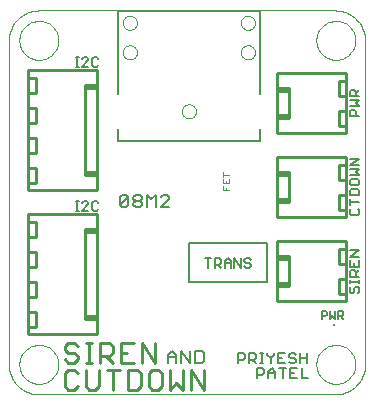
<source format=gto>
G75*
G70*
%OFA0B0*%
%FSLAX24Y24*%
%IPPOS*%
%LPD*%
%AMOC8*
5,1,8,0,0,1.08239X$1,22.5*
%
%ADD10C,0.0000*%
%ADD11C,0.0110*%
%ADD12C,0.0060*%
%ADD13C,0.0050*%
%ADD14C,0.0080*%
%ADD15C,0.0040*%
%ADD16C,0.0100*%
%ADD17R,0.0098X0.0098*%
D10*
X000311Y001253D02*
X000311Y012049D01*
X000313Y012109D01*
X000318Y012170D01*
X000327Y012229D01*
X000340Y012288D01*
X000356Y012347D01*
X000376Y012404D01*
X000399Y012459D01*
X000426Y012514D01*
X000455Y012566D01*
X000488Y012617D01*
X000524Y012666D01*
X000562Y012712D01*
X000604Y012756D01*
X000648Y012798D01*
X000694Y012836D01*
X000743Y012872D01*
X000794Y012905D01*
X000846Y012934D01*
X000901Y012961D01*
X000956Y012984D01*
X001013Y013004D01*
X001072Y013020D01*
X001131Y013033D01*
X001190Y013042D01*
X001251Y013047D01*
X001311Y013049D01*
X011181Y013049D01*
X010561Y012053D02*
X010563Y012103D01*
X010569Y012153D01*
X010579Y012203D01*
X010592Y012251D01*
X010609Y012299D01*
X010630Y012345D01*
X010654Y012389D01*
X010682Y012431D01*
X010713Y012471D01*
X010747Y012508D01*
X010784Y012543D01*
X010823Y012574D01*
X010864Y012603D01*
X010908Y012628D01*
X010954Y012650D01*
X011001Y012668D01*
X011049Y012682D01*
X011098Y012693D01*
X011148Y012700D01*
X011198Y012703D01*
X011249Y012702D01*
X011299Y012697D01*
X011349Y012688D01*
X011397Y012676D01*
X011445Y012659D01*
X011491Y012639D01*
X011536Y012616D01*
X011579Y012589D01*
X011619Y012559D01*
X011657Y012526D01*
X011692Y012490D01*
X011725Y012451D01*
X011754Y012410D01*
X011780Y012367D01*
X011803Y012322D01*
X011822Y012275D01*
X011837Y012227D01*
X011849Y012178D01*
X011857Y012128D01*
X011861Y012078D01*
X011861Y012028D01*
X011857Y011978D01*
X011849Y011928D01*
X011837Y011879D01*
X011822Y011831D01*
X011803Y011784D01*
X011780Y011739D01*
X011754Y011696D01*
X011725Y011655D01*
X011692Y011616D01*
X011657Y011580D01*
X011619Y011547D01*
X011579Y011517D01*
X011536Y011490D01*
X011491Y011467D01*
X011445Y011447D01*
X011397Y011430D01*
X011349Y011418D01*
X011299Y011409D01*
X011249Y011404D01*
X011198Y011403D01*
X011148Y011406D01*
X011098Y011413D01*
X011049Y011424D01*
X011001Y011438D01*
X010954Y011456D01*
X010908Y011478D01*
X010864Y011503D01*
X010823Y011532D01*
X010784Y011563D01*
X010747Y011598D01*
X010713Y011635D01*
X010682Y011675D01*
X010654Y011717D01*
X010630Y011761D01*
X010609Y011807D01*
X010592Y011855D01*
X010579Y011903D01*
X010569Y011953D01*
X010563Y012003D01*
X010561Y012053D01*
X011181Y013049D02*
X011241Y013047D01*
X011302Y013042D01*
X011361Y013033D01*
X011420Y013020D01*
X011479Y013004D01*
X011536Y012984D01*
X011591Y012961D01*
X011646Y012934D01*
X011698Y012905D01*
X011749Y012872D01*
X011798Y012836D01*
X011844Y012798D01*
X011888Y012756D01*
X011930Y012712D01*
X011968Y012666D01*
X012004Y012617D01*
X012037Y012566D01*
X012066Y012514D01*
X012093Y012459D01*
X012116Y012404D01*
X012136Y012347D01*
X012152Y012288D01*
X012165Y012229D01*
X012174Y012170D01*
X012179Y012109D01*
X012181Y012049D01*
X012181Y001253D01*
X010561Y001253D02*
X010563Y001303D01*
X010569Y001353D01*
X010579Y001403D01*
X010592Y001451D01*
X010609Y001499D01*
X010630Y001545D01*
X010654Y001589D01*
X010682Y001631D01*
X010713Y001671D01*
X010747Y001708D01*
X010784Y001743D01*
X010823Y001774D01*
X010864Y001803D01*
X010908Y001828D01*
X010954Y001850D01*
X011001Y001868D01*
X011049Y001882D01*
X011098Y001893D01*
X011148Y001900D01*
X011198Y001903D01*
X011249Y001902D01*
X011299Y001897D01*
X011349Y001888D01*
X011397Y001876D01*
X011445Y001859D01*
X011491Y001839D01*
X011536Y001816D01*
X011579Y001789D01*
X011619Y001759D01*
X011657Y001726D01*
X011692Y001690D01*
X011725Y001651D01*
X011754Y001610D01*
X011780Y001567D01*
X011803Y001522D01*
X011822Y001475D01*
X011837Y001427D01*
X011849Y001378D01*
X011857Y001328D01*
X011861Y001278D01*
X011861Y001228D01*
X011857Y001178D01*
X011849Y001128D01*
X011837Y001079D01*
X011822Y001031D01*
X011803Y000984D01*
X011780Y000939D01*
X011754Y000896D01*
X011725Y000855D01*
X011692Y000816D01*
X011657Y000780D01*
X011619Y000747D01*
X011579Y000717D01*
X011536Y000690D01*
X011491Y000667D01*
X011445Y000647D01*
X011397Y000630D01*
X011349Y000618D01*
X011299Y000609D01*
X011249Y000604D01*
X011198Y000603D01*
X011148Y000606D01*
X011098Y000613D01*
X011049Y000624D01*
X011001Y000638D01*
X010954Y000656D01*
X010908Y000678D01*
X010864Y000703D01*
X010823Y000732D01*
X010784Y000763D01*
X010747Y000798D01*
X010713Y000835D01*
X010682Y000875D01*
X010654Y000917D01*
X010630Y000961D01*
X010609Y001007D01*
X010592Y001055D01*
X010579Y001103D01*
X010569Y001153D01*
X010563Y001203D01*
X010561Y001253D01*
X011181Y000253D02*
X011241Y000255D01*
X011302Y000260D01*
X011361Y000269D01*
X011420Y000282D01*
X011479Y000298D01*
X011536Y000318D01*
X011591Y000341D01*
X011646Y000368D01*
X011698Y000397D01*
X011749Y000430D01*
X011798Y000466D01*
X011844Y000504D01*
X011888Y000546D01*
X011930Y000590D01*
X011968Y000636D01*
X012004Y000685D01*
X012037Y000736D01*
X012066Y000788D01*
X012093Y000843D01*
X012116Y000898D01*
X012136Y000955D01*
X012152Y001014D01*
X012165Y001073D01*
X012174Y001132D01*
X012179Y001193D01*
X012181Y001253D01*
X011181Y000253D02*
X001311Y000253D01*
X000661Y001253D02*
X000663Y001303D01*
X000669Y001353D01*
X000679Y001403D01*
X000692Y001451D01*
X000709Y001499D01*
X000730Y001545D01*
X000754Y001589D01*
X000782Y001631D01*
X000813Y001671D01*
X000847Y001708D01*
X000884Y001743D01*
X000923Y001774D01*
X000964Y001803D01*
X001008Y001828D01*
X001054Y001850D01*
X001101Y001868D01*
X001149Y001882D01*
X001198Y001893D01*
X001248Y001900D01*
X001298Y001903D01*
X001349Y001902D01*
X001399Y001897D01*
X001449Y001888D01*
X001497Y001876D01*
X001545Y001859D01*
X001591Y001839D01*
X001636Y001816D01*
X001679Y001789D01*
X001719Y001759D01*
X001757Y001726D01*
X001792Y001690D01*
X001825Y001651D01*
X001854Y001610D01*
X001880Y001567D01*
X001903Y001522D01*
X001922Y001475D01*
X001937Y001427D01*
X001949Y001378D01*
X001957Y001328D01*
X001961Y001278D01*
X001961Y001228D01*
X001957Y001178D01*
X001949Y001128D01*
X001937Y001079D01*
X001922Y001031D01*
X001903Y000984D01*
X001880Y000939D01*
X001854Y000896D01*
X001825Y000855D01*
X001792Y000816D01*
X001757Y000780D01*
X001719Y000747D01*
X001679Y000717D01*
X001636Y000690D01*
X001591Y000667D01*
X001545Y000647D01*
X001497Y000630D01*
X001449Y000618D01*
X001399Y000609D01*
X001349Y000604D01*
X001298Y000603D01*
X001248Y000606D01*
X001198Y000613D01*
X001149Y000624D01*
X001101Y000638D01*
X001054Y000656D01*
X001008Y000678D01*
X000964Y000703D01*
X000923Y000732D01*
X000884Y000763D01*
X000847Y000798D01*
X000813Y000835D01*
X000782Y000875D01*
X000754Y000917D01*
X000730Y000961D01*
X000709Y001007D01*
X000692Y001055D01*
X000679Y001103D01*
X000669Y001153D01*
X000663Y001203D01*
X000661Y001253D01*
X000311Y001253D02*
X000313Y001193D01*
X000318Y001132D01*
X000327Y001073D01*
X000340Y001014D01*
X000356Y000955D01*
X000376Y000898D01*
X000399Y000843D01*
X000426Y000788D01*
X000455Y000736D01*
X000488Y000685D01*
X000524Y000636D01*
X000562Y000590D01*
X000604Y000546D01*
X000648Y000504D01*
X000694Y000466D01*
X000743Y000430D01*
X000794Y000397D01*
X000846Y000368D01*
X000901Y000341D01*
X000956Y000318D01*
X001013Y000298D01*
X001072Y000282D01*
X001131Y000269D01*
X001190Y000260D01*
X001251Y000255D01*
X001311Y000253D01*
X006075Y009685D02*
X006077Y009715D01*
X006083Y009745D01*
X006092Y009774D01*
X006105Y009801D01*
X006122Y009826D01*
X006141Y009849D01*
X006164Y009870D01*
X006189Y009887D01*
X006215Y009901D01*
X006244Y009911D01*
X006273Y009918D01*
X006303Y009921D01*
X006334Y009920D01*
X006364Y009915D01*
X006393Y009906D01*
X006420Y009894D01*
X006446Y009879D01*
X006470Y009860D01*
X006491Y009838D01*
X006509Y009814D01*
X006524Y009787D01*
X006535Y009759D01*
X006543Y009730D01*
X006547Y009700D01*
X006547Y009670D01*
X006543Y009640D01*
X006535Y009611D01*
X006524Y009583D01*
X006509Y009556D01*
X006491Y009532D01*
X006470Y009510D01*
X006446Y009491D01*
X006420Y009476D01*
X006393Y009464D01*
X006364Y009455D01*
X006334Y009450D01*
X006303Y009449D01*
X006273Y009452D01*
X006244Y009459D01*
X006215Y009469D01*
X006189Y009483D01*
X006164Y009500D01*
X006141Y009521D01*
X006122Y009544D01*
X006105Y009569D01*
X006092Y009596D01*
X006083Y009625D01*
X006077Y009655D01*
X006075Y009685D01*
X004106Y011653D02*
X004108Y011683D01*
X004114Y011713D01*
X004123Y011742D01*
X004136Y011769D01*
X004153Y011794D01*
X004172Y011817D01*
X004195Y011838D01*
X004220Y011855D01*
X004246Y011869D01*
X004275Y011879D01*
X004304Y011886D01*
X004334Y011889D01*
X004365Y011888D01*
X004395Y011883D01*
X004424Y011874D01*
X004451Y011862D01*
X004477Y011847D01*
X004501Y011828D01*
X004522Y011806D01*
X004540Y011782D01*
X004555Y011755D01*
X004566Y011727D01*
X004574Y011698D01*
X004578Y011668D01*
X004578Y011638D01*
X004574Y011608D01*
X004566Y011579D01*
X004555Y011551D01*
X004540Y011524D01*
X004522Y011500D01*
X004501Y011478D01*
X004477Y011459D01*
X004451Y011444D01*
X004424Y011432D01*
X004395Y011423D01*
X004365Y011418D01*
X004334Y011417D01*
X004304Y011420D01*
X004275Y011427D01*
X004246Y011437D01*
X004220Y011451D01*
X004195Y011468D01*
X004172Y011489D01*
X004153Y011512D01*
X004136Y011537D01*
X004123Y011564D01*
X004114Y011593D01*
X004108Y011623D01*
X004106Y011653D01*
X004106Y012638D02*
X004108Y012668D01*
X004114Y012698D01*
X004123Y012727D01*
X004136Y012754D01*
X004153Y012779D01*
X004172Y012802D01*
X004195Y012823D01*
X004220Y012840D01*
X004246Y012854D01*
X004275Y012864D01*
X004304Y012871D01*
X004334Y012874D01*
X004365Y012873D01*
X004395Y012868D01*
X004424Y012859D01*
X004451Y012847D01*
X004477Y012832D01*
X004501Y012813D01*
X004522Y012791D01*
X004540Y012767D01*
X004555Y012740D01*
X004566Y012712D01*
X004574Y012683D01*
X004578Y012653D01*
X004578Y012623D01*
X004574Y012593D01*
X004566Y012564D01*
X004555Y012536D01*
X004540Y012509D01*
X004522Y012485D01*
X004501Y012463D01*
X004477Y012444D01*
X004451Y012429D01*
X004424Y012417D01*
X004395Y012408D01*
X004365Y012403D01*
X004334Y012402D01*
X004304Y012405D01*
X004275Y012412D01*
X004246Y012422D01*
X004220Y012436D01*
X004195Y012453D01*
X004172Y012474D01*
X004153Y012497D01*
X004136Y012522D01*
X004123Y012549D01*
X004114Y012578D01*
X004108Y012608D01*
X004106Y012638D01*
X000661Y012053D02*
X000663Y012103D01*
X000669Y012153D01*
X000679Y012203D01*
X000692Y012251D01*
X000709Y012299D01*
X000730Y012345D01*
X000754Y012389D01*
X000782Y012431D01*
X000813Y012471D01*
X000847Y012508D01*
X000884Y012543D01*
X000923Y012574D01*
X000964Y012603D01*
X001008Y012628D01*
X001054Y012650D01*
X001101Y012668D01*
X001149Y012682D01*
X001198Y012693D01*
X001248Y012700D01*
X001298Y012703D01*
X001349Y012702D01*
X001399Y012697D01*
X001449Y012688D01*
X001497Y012676D01*
X001545Y012659D01*
X001591Y012639D01*
X001636Y012616D01*
X001679Y012589D01*
X001719Y012559D01*
X001757Y012526D01*
X001792Y012490D01*
X001825Y012451D01*
X001854Y012410D01*
X001880Y012367D01*
X001903Y012322D01*
X001922Y012275D01*
X001937Y012227D01*
X001949Y012178D01*
X001957Y012128D01*
X001961Y012078D01*
X001961Y012028D01*
X001957Y011978D01*
X001949Y011928D01*
X001937Y011879D01*
X001922Y011831D01*
X001903Y011784D01*
X001880Y011739D01*
X001854Y011696D01*
X001825Y011655D01*
X001792Y011616D01*
X001757Y011580D01*
X001719Y011547D01*
X001679Y011517D01*
X001636Y011490D01*
X001591Y011467D01*
X001545Y011447D01*
X001497Y011430D01*
X001449Y011418D01*
X001399Y011409D01*
X001349Y011404D01*
X001298Y011403D01*
X001248Y011406D01*
X001198Y011413D01*
X001149Y011424D01*
X001101Y011438D01*
X001054Y011456D01*
X001008Y011478D01*
X000964Y011503D01*
X000923Y011532D01*
X000884Y011563D01*
X000847Y011598D01*
X000813Y011635D01*
X000782Y011675D01*
X000754Y011717D01*
X000730Y011761D01*
X000709Y011807D01*
X000692Y011855D01*
X000679Y011903D01*
X000669Y011953D01*
X000663Y012003D01*
X000661Y012053D01*
X008043Y011653D02*
X008045Y011683D01*
X008051Y011713D01*
X008060Y011742D01*
X008073Y011769D01*
X008090Y011794D01*
X008109Y011817D01*
X008132Y011838D01*
X008157Y011855D01*
X008183Y011869D01*
X008212Y011879D01*
X008241Y011886D01*
X008271Y011889D01*
X008302Y011888D01*
X008332Y011883D01*
X008361Y011874D01*
X008388Y011862D01*
X008414Y011847D01*
X008438Y011828D01*
X008459Y011806D01*
X008477Y011782D01*
X008492Y011755D01*
X008503Y011727D01*
X008511Y011698D01*
X008515Y011668D01*
X008515Y011638D01*
X008511Y011608D01*
X008503Y011579D01*
X008492Y011551D01*
X008477Y011524D01*
X008459Y011500D01*
X008438Y011478D01*
X008414Y011459D01*
X008388Y011444D01*
X008361Y011432D01*
X008332Y011423D01*
X008302Y011418D01*
X008271Y011417D01*
X008241Y011420D01*
X008212Y011427D01*
X008183Y011437D01*
X008157Y011451D01*
X008132Y011468D01*
X008109Y011489D01*
X008090Y011512D01*
X008073Y011537D01*
X008060Y011564D01*
X008051Y011593D01*
X008045Y011623D01*
X008043Y011653D01*
X008043Y012638D02*
X008045Y012668D01*
X008051Y012698D01*
X008060Y012727D01*
X008073Y012754D01*
X008090Y012779D01*
X008109Y012802D01*
X008132Y012823D01*
X008157Y012840D01*
X008183Y012854D01*
X008212Y012864D01*
X008241Y012871D01*
X008271Y012874D01*
X008302Y012873D01*
X008332Y012868D01*
X008361Y012859D01*
X008388Y012847D01*
X008414Y012832D01*
X008438Y012813D01*
X008459Y012791D01*
X008477Y012767D01*
X008492Y012740D01*
X008503Y012712D01*
X008511Y012683D01*
X008515Y012653D01*
X008515Y012623D01*
X008511Y012593D01*
X008503Y012564D01*
X008492Y012536D01*
X008477Y012509D01*
X008459Y012485D01*
X008438Y012463D01*
X008414Y012444D01*
X008388Y012429D01*
X008361Y012417D01*
X008332Y012408D01*
X008302Y012403D01*
X008271Y012402D01*
X008241Y012405D01*
X008212Y012412D01*
X008183Y012422D01*
X008157Y012436D01*
X008132Y012453D01*
X008109Y012474D01*
X008090Y012497D01*
X008073Y012522D01*
X008060Y012549D01*
X008051Y012578D01*
X008045Y012608D01*
X008043Y012638D01*
D11*
X005165Y001959D02*
X005165Y001308D01*
X004732Y001959D01*
X004732Y001308D01*
X004465Y001308D02*
X004032Y001308D01*
X004032Y001959D01*
X004465Y001959D01*
X004249Y001634D02*
X004032Y001634D01*
X003766Y001634D02*
X003657Y001525D01*
X003332Y001525D01*
X003332Y001308D02*
X003332Y001959D01*
X003657Y001959D01*
X003766Y001850D01*
X003766Y001634D01*
X003549Y001525D02*
X003766Y001308D01*
X003782Y001059D02*
X003782Y000408D01*
X004265Y000408D02*
X004590Y000408D01*
X004699Y000517D01*
X004699Y000950D01*
X004590Y001059D01*
X004265Y001059D01*
X004265Y000408D01*
X003999Y001059D02*
X003565Y001059D01*
X003299Y001059D02*
X003299Y000517D01*
X003191Y000408D01*
X002974Y000408D01*
X002865Y000517D01*
X002865Y001059D01*
X002599Y000950D02*
X002491Y001059D01*
X002274Y001059D01*
X002166Y000950D01*
X002166Y000517D01*
X002274Y000408D01*
X002491Y000408D01*
X002599Y000517D01*
X002491Y001308D02*
X002274Y001308D01*
X002166Y001417D01*
X002274Y001634D02*
X002491Y001634D01*
X002599Y001525D01*
X002599Y001417D01*
X002491Y001308D01*
X002865Y001308D02*
X003082Y001308D01*
X002974Y001308D02*
X002974Y001959D01*
X003082Y001959D02*
X002865Y001959D01*
X002599Y001850D02*
X002491Y001959D01*
X002274Y001959D01*
X002166Y001850D01*
X002166Y001742D01*
X002274Y001634D01*
X004965Y000950D02*
X004965Y000517D01*
X005073Y000408D01*
X005290Y000408D01*
X005398Y000517D01*
X005398Y000950D01*
X005290Y001059D01*
X005073Y001059D01*
X004965Y000950D01*
X005665Y001059D02*
X005665Y000408D01*
X005881Y000625D01*
X006098Y000408D01*
X006098Y001059D01*
X006364Y001059D02*
X006798Y000408D01*
X006798Y001059D01*
X006364Y001059D02*
X006364Y000408D01*
D12*
X007941Y001283D02*
X007941Y001624D01*
X008111Y001624D01*
X008167Y001567D01*
X008167Y001453D01*
X008111Y001397D01*
X007941Y001397D01*
X008309Y001397D02*
X008479Y001397D01*
X008536Y001453D01*
X008536Y001567D01*
X008479Y001624D01*
X008309Y001624D01*
X008309Y001283D01*
X008422Y001397D02*
X008536Y001283D01*
X008677Y001283D02*
X008791Y001283D01*
X008734Y001283D02*
X008734Y001624D01*
X008677Y001624D02*
X008791Y001624D01*
X008923Y001624D02*
X008923Y001567D01*
X009036Y001453D01*
X009036Y001283D01*
X009072Y001124D02*
X008959Y001010D01*
X008959Y000783D01*
X008959Y000953D02*
X009186Y000953D01*
X009186Y001010D02*
X009072Y001124D01*
X009186Y001010D02*
X009186Y000783D01*
X009441Y000783D02*
X009441Y001124D01*
X009554Y001124D02*
X009327Y001124D01*
X009291Y001283D02*
X009518Y001283D01*
X009659Y001340D02*
X009716Y001283D01*
X009830Y001283D01*
X009886Y001340D01*
X009886Y001397D01*
X009830Y001453D01*
X009716Y001453D01*
X009659Y001510D01*
X009659Y001567D01*
X009716Y001624D01*
X009830Y001624D01*
X009886Y001567D01*
X010028Y001624D02*
X010028Y001283D01*
X010064Y001124D02*
X010064Y000783D01*
X010291Y000783D01*
X009922Y000783D02*
X009696Y000783D01*
X009696Y001124D01*
X009922Y001124D01*
X009809Y000953D02*
X009696Y000953D01*
X009291Y001283D02*
X009291Y001624D01*
X009518Y001624D01*
X009405Y001453D02*
X009291Y001453D01*
X009150Y001567D02*
X009150Y001624D01*
X009150Y001567D02*
X009036Y001453D01*
X008761Y001124D02*
X008817Y001067D01*
X008817Y000953D01*
X008761Y000897D01*
X008591Y000897D01*
X008591Y000783D02*
X008591Y001124D01*
X008761Y001124D01*
X010028Y001453D02*
X010255Y001453D01*
X010255Y001283D02*
X010255Y001624D01*
D13*
X010736Y002778D02*
X010736Y003029D01*
X010861Y003029D01*
X010902Y002987D01*
X010902Y002903D01*
X010861Y002862D01*
X010736Y002862D01*
X011012Y002778D02*
X011012Y003029D01*
X011179Y003029D02*
X011179Y002778D01*
X011095Y002862D01*
X011012Y002778D01*
X011288Y002778D02*
X011288Y003029D01*
X011413Y003029D01*
X011455Y002987D01*
X011455Y002903D01*
X011413Y002862D01*
X011288Y002862D01*
X011371Y002862D02*
X011455Y002778D01*
X011561Y003453D02*
X011561Y003603D01*
X011675Y003680D02*
X011675Y003783D01*
X011727Y003835D01*
X011830Y003783D02*
X011830Y003680D01*
X011779Y003628D01*
X011727Y003628D01*
X011675Y003680D01*
X011830Y003783D02*
X011882Y003835D01*
X011934Y003835D01*
X011986Y003783D01*
X011986Y003680D01*
X011934Y003628D01*
X011986Y003960D02*
X011986Y004063D01*
X011986Y004012D02*
X011675Y004012D01*
X011675Y004063D02*
X011675Y003960D01*
X011675Y004181D02*
X011675Y004336D01*
X011727Y004388D01*
X011830Y004388D01*
X011882Y004336D01*
X011882Y004181D01*
X011882Y004284D02*
X011986Y004388D01*
X011986Y004512D02*
X011986Y004719D01*
X011986Y004844D02*
X011675Y004844D01*
X011986Y005051D01*
X011675Y005051D01*
X011561Y005103D02*
X011561Y005353D01*
X011675Y004719D02*
X011675Y004512D01*
X011986Y004512D01*
X011830Y004512D02*
X011830Y004616D01*
X011561Y004603D02*
X011561Y004353D01*
X011675Y004181D02*
X011986Y004181D01*
X011934Y006228D02*
X011727Y006228D01*
X011675Y006280D01*
X011675Y006383D01*
X011727Y006435D01*
X011675Y006560D02*
X011675Y006767D01*
X011675Y006663D02*
X011986Y006663D01*
X011986Y006891D02*
X011675Y006891D01*
X011675Y007046D01*
X011727Y007098D01*
X011934Y007098D01*
X011986Y007046D01*
X011986Y006891D01*
X011934Y007223D02*
X011727Y007223D01*
X011675Y007274D01*
X011675Y007378D01*
X011727Y007430D01*
X011934Y007430D01*
X011986Y007378D01*
X011986Y007274D01*
X011934Y007223D01*
X011986Y007554D02*
X011675Y007554D01*
X011561Y007403D02*
X011561Y007153D01*
X011986Y007554D02*
X011882Y007658D01*
X011986Y007761D01*
X011675Y007761D01*
X011675Y007886D02*
X011986Y008093D01*
X011675Y008093D01*
X011561Y008153D02*
X011561Y007903D01*
X011675Y007886D02*
X011986Y007886D01*
X011561Y009053D02*
X011561Y009203D01*
X011675Y009528D02*
X011675Y009683D01*
X011727Y009735D01*
X011830Y009735D01*
X011882Y009683D01*
X011882Y009528D01*
X011986Y009528D02*
X011675Y009528D01*
X011675Y009860D02*
X011986Y009860D01*
X011882Y009963D01*
X011986Y010067D01*
X011675Y010067D01*
X011675Y010191D02*
X011675Y010346D01*
X011727Y010398D01*
X011830Y010398D01*
X011882Y010346D01*
X011882Y010191D01*
X011986Y010191D02*
X011675Y010191D01*
X011561Y010203D02*
X011561Y009953D01*
X011882Y010295D02*
X011986Y010398D01*
X011561Y010703D02*
X011561Y010953D01*
X009411Y009453D02*
X009261Y009453D01*
X009261Y009553D01*
X009261Y006753D02*
X009261Y006653D01*
X009411Y006653D01*
X008317Y004789D02*
X008213Y004789D01*
X008162Y004737D01*
X008162Y004685D01*
X008213Y004633D01*
X008317Y004633D01*
X008368Y004582D01*
X008368Y004530D01*
X008317Y004478D01*
X008213Y004478D01*
X008162Y004530D01*
X008037Y004478D02*
X008037Y004789D01*
X007830Y004789D02*
X007830Y004478D01*
X007705Y004478D02*
X007705Y004685D01*
X007602Y004789D01*
X007499Y004685D01*
X007499Y004478D01*
X007374Y004478D02*
X007270Y004582D01*
X007322Y004582D02*
X007374Y004633D01*
X007374Y004737D01*
X007322Y004789D01*
X007167Y004789D01*
X007167Y004478D01*
X007167Y004582D02*
X007322Y004582D01*
X007499Y004633D02*
X007705Y004633D01*
X007830Y004789D02*
X008037Y004478D01*
X008317Y004789D02*
X008368Y004737D01*
X009261Y003953D02*
X009261Y003853D01*
X009411Y003853D01*
X007042Y004789D02*
X006836Y004789D01*
X006939Y004789D02*
X006939Y004478D01*
X003261Y005653D02*
X003261Y005753D01*
X003111Y005753D01*
X003140Y006378D02*
X003243Y006378D01*
X003295Y006430D01*
X003140Y006378D02*
X003088Y006430D01*
X003088Y006637D01*
X003140Y006689D01*
X003243Y006689D01*
X003295Y006637D01*
X002963Y006637D02*
X002963Y006585D01*
X002757Y006378D01*
X002963Y006378D01*
X002963Y006637D02*
X002912Y006689D01*
X002808Y006689D01*
X002757Y006637D01*
X002639Y006689D02*
X002536Y006689D01*
X002587Y006689D02*
X002587Y006378D01*
X002536Y006378D02*
X002639Y006378D01*
X003261Y010453D02*
X003261Y010553D01*
X003111Y010553D01*
X003140Y011178D02*
X003243Y011178D01*
X003295Y011230D01*
X003140Y011178D02*
X003088Y011230D01*
X003088Y011437D01*
X003140Y011489D01*
X003243Y011489D01*
X003295Y011437D01*
X002963Y011437D02*
X002912Y011489D01*
X002808Y011489D01*
X002757Y011437D01*
X002639Y011489D02*
X002536Y011489D01*
X002587Y011489D02*
X002587Y011178D01*
X002536Y011178D02*
X002639Y011178D01*
X002757Y011178D02*
X002963Y011385D01*
X002963Y011437D01*
X002963Y011178D02*
X002757Y011178D01*
X011561Y006403D02*
X011561Y006253D01*
X011934Y006228D02*
X011986Y006280D01*
X011986Y006383D01*
X011934Y006435D01*
D14*
X008901Y005303D02*
X008901Y004003D01*
X006321Y004003D01*
X006321Y005303D01*
X008901Y005303D01*
X005662Y006493D02*
X005382Y006493D01*
X005662Y006774D01*
X005662Y006844D01*
X005592Y006914D01*
X005452Y006914D01*
X005382Y006844D01*
X005202Y006914D02*
X005202Y006493D01*
X004921Y006493D02*
X004921Y006914D01*
X005061Y006774D01*
X005202Y006914D01*
X004741Y006844D02*
X004741Y006774D01*
X004671Y006704D01*
X004531Y006704D01*
X004461Y006774D01*
X004461Y006844D01*
X004531Y006914D01*
X004671Y006914D01*
X004741Y006844D01*
X004671Y006704D02*
X004741Y006633D01*
X004741Y006563D01*
X004671Y006493D01*
X004531Y006493D01*
X004461Y006563D01*
X004461Y006633D01*
X004531Y006704D01*
X004281Y006844D02*
X004211Y006914D01*
X004071Y006914D01*
X004001Y006844D01*
X004001Y006563D01*
X004281Y006844D01*
X004281Y006563D01*
X004211Y006493D01*
X004071Y006493D01*
X004001Y006563D01*
X003948Y008701D02*
X003948Y009094D01*
X003948Y008701D02*
X008673Y008701D01*
X008673Y009094D01*
X008673Y010275D02*
X008673Y013031D01*
X003948Y013031D01*
X003948Y010275D01*
X005741Y001714D02*
X005881Y001574D01*
X005881Y001293D01*
X006061Y001293D02*
X006061Y001714D01*
X006341Y001293D01*
X006341Y001714D01*
X006521Y001714D02*
X006732Y001714D01*
X006802Y001644D01*
X006802Y001363D01*
X006732Y001293D01*
X006521Y001293D01*
X006521Y001714D01*
X005881Y001504D02*
X005601Y001504D01*
X005601Y001574D02*
X005741Y001714D01*
X005601Y001574D02*
X005601Y001293D01*
D15*
X007440Y007073D02*
X007440Y007207D01*
X007440Y007294D02*
X007641Y007294D01*
X007641Y007428D01*
X007541Y007361D02*
X007541Y007294D01*
X007440Y007294D02*
X007440Y007428D01*
X007440Y007515D02*
X007440Y007649D01*
X007440Y007582D02*
X007641Y007582D01*
X007541Y007140D02*
X007541Y007073D01*
X007641Y007073D02*
X007440Y007073D01*
D16*
X009261Y007153D02*
X009261Y006653D01*
X009661Y006653D01*
X009661Y006753D01*
X009261Y006753D01*
X009261Y006653D02*
X009261Y006153D01*
X010411Y006153D01*
X011561Y006153D01*
X011561Y006403D01*
X011311Y006403D01*
X011311Y006903D01*
X011561Y006903D01*
X011561Y007403D01*
X011311Y007403D01*
X011311Y007903D01*
X011561Y007903D01*
X011561Y008153D01*
X010411Y008153D01*
X009261Y008153D01*
X009261Y007153D01*
X009261Y007553D02*
X009661Y007553D01*
X009661Y007653D01*
X009261Y007653D01*
X009661Y007553D02*
X009661Y006753D01*
X009261Y005353D02*
X009261Y004353D01*
X009261Y003853D01*
X009661Y003853D01*
X009661Y003953D01*
X009261Y003953D01*
X009261Y003853D02*
X009261Y003353D01*
X010411Y003353D01*
X011561Y003353D01*
X011561Y003603D01*
X011311Y003603D01*
X011311Y004103D01*
X011561Y004103D01*
X011561Y004603D01*
X011311Y004603D01*
X011311Y005103D01*
X011561Y005103D01*
X011561Y005353D01*
X010411Y005353D01*
X009261Y005353D01*
X009261Y004853D02*
X009661Y004853D01*
X009661Y004753D01*
X009261Y004753D01*
X009661Y004753D02*
X009661Y003953D01*
X011561Y004353D02*
X011561Y003353D01*
X011561Y004603D02*
X011561Y005103D01*
X011561Y006153D02*
X011561Y007153D01*
X011561Y007403D02*
X011561Y007903D01*
X011561Y008953D02*
X011561Y009203D01*
X011311Y009203D01*
X011311Y009703D01*
X011561Y009703D01*
X011561Y010203D01*
X011311Y010203D01*
X011311Y010703D01*
X011561Y010703D01*
X011561Y010953D01*
X010411Y010953D01*
X009261Y010953D01*
X009261Y009953D01*
X009261Y009453D01*
X009661Y009453D01*
X009661Y009553D01*
X009261Y009553D01*
X009261Y009453D02*
X009261Y008953D01*
X010411Y008953D01*
X011561Y008953D01*
X011561Y009953D01*
X011561Y010203D02*
X011561Y010703D01*
X009661Y010453D02*
X009261Y010453D01*
X009261Y010353D02*
X009661Y010353D01*
X009661Y010453D01*
X009661Y010353D02*
X009661Y009553D01*
X003261Y010053D02*
X003261Y007053D01*
X002111Y007053D01*
X000961Y007053D01*
X000961Y007303D01*
X001211Y007303D01*
X001211Y007803D01*
X000961Y007803D01*
X000961Y008303D01*
X001211Y008303D01*
X001211Y008803D01*
X000961Y008803D01*
X000961Y009303D01*
X000961Y010803D01*
X001211Y010803D01*
X001211Y010303D01*
X000961Y010303D01*
X000961Y009803D01*
X001211Y009803D01*
X001211Y009303D01*
X000961Y009303D01*
X000961Y010103D02*
X000961Y007053D01*
X000961Y006253D02*
X000961Y005303D01*
X000961Y002253D01*
X000961Y002503D01*
X001211Y002503D01*
X001211Y003003D01*
X000961Y003003D01*
X000961Y003503D01*
X001211Y003503D01*
X001211Y004003D01*
X000961Y004003D01*
X000961Y004503D01*
X000961Y006003D01*
X001211Y006003D01*
X001211Y005503D01*
X000961Y005503D01*
X000961Y005003D01*
X001211Y005003D01*
X001211Y004503D01*
X000961Y004503D01*
X000961Y006003D02*
X000961Y006153D01*
X000961Y006253D02*
X002111Y006253D01*
X003261Y006253D01*
X003261Y005753D01*
X002861Y005753D01*
X002861Y005653D01*
X003261Y005653D01*
X003261Y005753D02*
X003261Y005253D01*
X003261Y002253D01*
X002111Y002253D01*
X000961Y002253D01*
X002861Y002753D02*
X003261Y002753D01*
X003261Y002853D02*
X002861Y002853D01*
X002861Y002753D01*
X002861Y002853D02*
X002861Y005653D01*
X002861Y007553D02*
X003261Y007553D01*
X003261Y007653D02*
X002861Y007653D01*
X002861Y007553D01*
X002861Y007653D02*
X002861Y010453D01*
X003261Y010453D01*
X003261Y010553D02*
X002861Y010553D01*
X002861Y010453D01*
X003261Y010553D02*
X003261Y010053D01*
X003261Y010553D02*
X003261Y011053D01*
X002111Y011053D01*
X000961Y011053D01*
X000961Y010103D01*
X000961Y010803D02*
X000961Y010953D01*
D17*
X011160Y002553D03*
M02*

</source>
